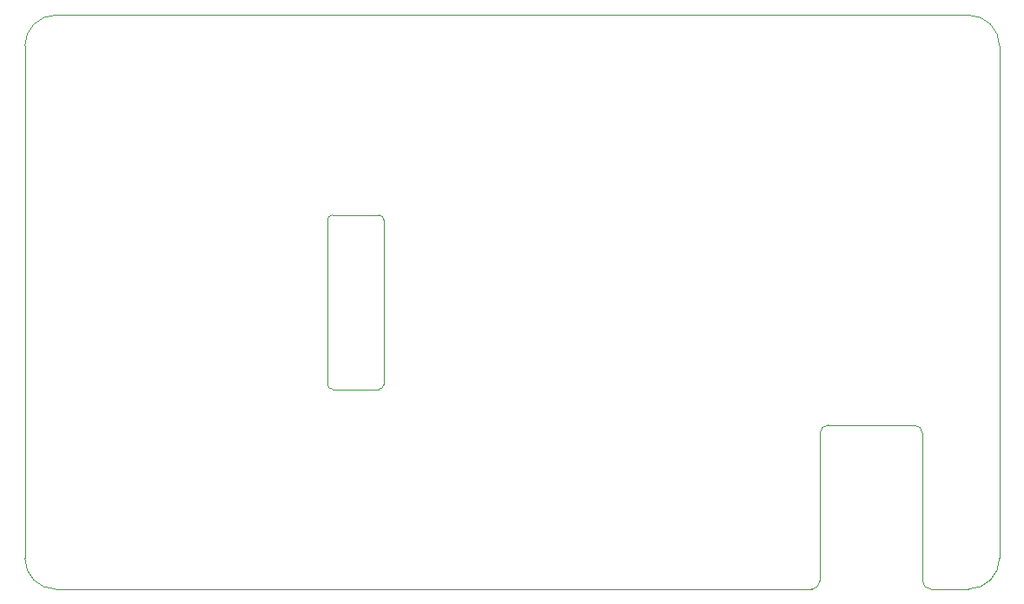
<source format=gbr>
G04 #@! TF.GenerationSoftware,KiCad,Pcbnew,9.0.1-9.0.1-0~ubuntu24.04.1*
G04 #@! TF.CreationDate,2025-04-23T21:02:07-05:00*
G04 #@! TF.ProjectId,cerebellum,63657265-6265-46c6-9c75-6d2e6b696361,rev?*
G04 #@! TF.SameCoordinates,Original*
G04 #@! TF.FileFunction,Profile,NP*
%FSLAX46Y46*%
G04 Gerber Fmt 4.6, Leading zero omitted, Abs format (unit mm)*
G04 Created by KiCad (PCBNEW 9.0.1-9.0.1-0~ubuntu24.04.1) date 2025-04-23 21:02:07*
%MOMM*%
%LPD*%
G01*
G04 APERTURE LIST*
G04 #@! TA.AperFunction,Profile*
%ADD10C,0.100000*%
G04 #@! TD*
G04 APERTURE END LIST*
D10*
X158300000Y-100000000D02*
G75*
G02*
X157500000Y-99200000I0J800000D01*
G01*
X162000000Y-44000000D02*
G75*
G02*
X165000000Y-47000000I0J-3000000D01*
G01*
X165000000Y-97000000D02*
X165000000Y-47000000D01*
X146700000Y-100000000D02*
X73000000Y-100000000D01*
X156700000Y-84000000D02*
G75*
G02*
X157500000Y-84800000I0J-800000D01*
G01*
X147500000Y-99200000D02*
G75*
G02*
X146700000Y-100000000I-800000J0D01*
G01*
X70000000Y-47000000D02*
X70000000Y-97000000D01*
X100000000Y-80500000D02*
G75*
G02*
X99500000Y-80000000I0J500000D01*
G01*
X147500000Y-84800000D02*
X147500000Y-99200000D01*
X99500000Y-64000000D02*
X99500000Y-80000000D01*
X162000000Y-100000000D02*
X158300000Y-100000000D01*
X157500000Y-99200000D02*
X157500000Y-84800000D01*
X104500000Y-80500000D02*
X100000000Y-80500000D01*
X70000000Y-47000000D02*
G75*
G02*
X73000000Y-44000000I3000000J0D01*
G01*
X165000000Y-97000000D02*
G75*
G02*
X162000000Y-100000000I-3000000J0D01*
G01*
X105000000Y-64000000D02*
X105000000Y-80000000D01*
X99500000Y-64000000D02*
G75*
G02*
X100000000Y-63500000I500000J0D01*
G01*
X147500000Y-84800000D02*
G75*
G02*
X148300000Y-84000000I800000J0D01*
G01*
X73000000Y-100000000D02*
G75*
G02*
X70000000Y-97000000I0J3000000D01*
G01*
X100000000Y-63500000D02*
X104500000Y-63500000D01*
X156700000Y-84000000D02*
X148300000Y-84000000D01*
X105000000Y-80000000D02*
G75*
G02*
X104500000Y-80500000I-500000J0D01*
G01*
X104500000Y-63500000D02*
G75*
G02*
X105000000Y-64000000I0J-500000D01*
G01*
X162000000Y-44000000D02*
X73000000Y-44000000D01*
M02*

</source>
